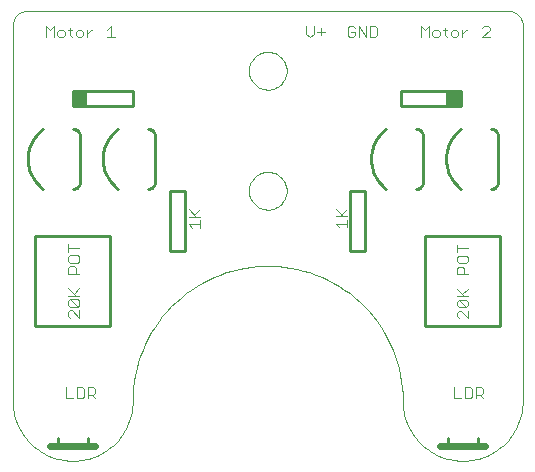
<source format=gto>
G75*
G70*
%OFA0B0*%
%FSLAX24Y24*%
%IPPOS*%
%LPD*%
%AMOC8*
5,1,8,0,0,1.08239X$1,22.5*
%
%ADD10C,0.0000*%
%ADD11C,0.0030*%
%ADD12C,0.0100*%
%ADD13R,0.0250X0.0500*%
%ADD14R,0.0500X0.0500*%
%ADD15C,0.0240*%
D10*
X004354Y007453D02*
X004354Y019953D01*
X004356Y019997D01*
X004362Y020040D01*
X004371Y020082D01*
X004384Y020124D01*
X004401Y020164D01*
X004421Y020203D01*
X004444Y020240D01*
X004471Y020274D01*
X004500Y020307D01*
X004533Y020336D01*
X004567Y020363D01*
X004604Y020386D01*
X004643Y020406D01*
X004683Y020423D01*
X004725Y020436D01*
X004767Y020445D01*
X004810Y020451D01*
X004854Y020453D01*
X020854Y020453D01*
X020898Y020451D01*
X020941Y020445D01*
X020983Y020436D01*
X021025Y020423D01*
X021065Y020406D01*
X021104Y020386D01*
X021141Y020363D01*
X021175Y020336D01*
X021208Y020307D01*
X021237Y020274D01*
X021264Y020240D01*
X021287Y020203D01*
X021307Y020164D01*
X021324Y020124D01*
X021337Y020082D01*
X021346Y020040D01*
X021352Y019997D01*
X021354Y019953D01*
X021354Y007453D01*
X021352Y007356D01*
X021345Y007260D01*
X021333Y007164D01*
X021317Y007069D01*
X021296Y006974D01*
X021270Y006881D01*
X021241Y006789D01*
X021206Y006699D01*
X021168Y006610D01*
X021125Y006524D01*
X021078Y006439D01*
X021027Y006357D01*
X020972Y006277D01*
X020913Y006201D01*
X020851Y006127D01*
X020785Y006056D01*
X020716Y005988D01*
X020644Y005924D01*
X020568Y005864D01*
X020490Y005807D01*
X020409Y005754D01*
X020326Y005705D01*
X020240Y005660D01*
X020153Y005619D01*
X020063Y005583D01*
X019972Y005551D01*
X019879Y005523D01*
X019786Y005500D01*
X019691Y005482D01*
X019595Y005468D01*
X019499Y005458D01*
X019402Y005454D01*
X019306Y005454D01*
X019209Y005458D01*
X019113Y005468D01*
X019017Y005482D01*
X018922Y005500D01*
X018829Y005523D01*
X018736Y005551D01*
X018645Y005583D01*
X018555Y005619D01*
X018468Y005660D01*
X018382Y005705D01*
X018299Y005754D01*
X018218Y005807D01*
X018140Y005864D01*
X018064Y005924D01*
X017992Y005988D01*
X017923Y006056D01*
X017857Y006127D01*
X017795Y006201D01*
X017736Y006277D01*
X017681Y006357D01*
X017630Y006439D01*
X017583Y006524D01*
X017540Y006610D01*
X017502Y006699D01*
X017467Y006789D01*
X017438Y006881D01*
X017412Y006974D01*
X017391Y007069D01*
X017375Y007164D01*
X017363Y007260D01*
X017356Y007356D01*
X017354Y007453D01*
X017349Y007670D01*
X017333Y007887D01*
X017307Y008103D01*
X017270Y008318D01*
X017223Y008530D01*
X017166Y008740D01*
X017099Y008947D01*
X017022Y009150D01*
X016935Y009349D01*
X016839Y009544D01*
X016733Y009734D01*
X016618Y009919D01*
X016495Y010098D01*
X016363Y010271D01*
X016222Y010437D01*
X016074Y010596D01*
X015919Y010748D01*
X015756Y010892D01*
X015586Y011029D01*
X015410Y011156D01*
X015228Y011276D01*
X015041Y011386D01*
X014848Y011487D01*
X014651Y011579D01*
X014450Y011661D01*
X014245Y011733D01*
X014036Y011795D01*
X013825Y011847D01*
X013612Y011889D01*
X013396Y011920D01*
X013180Y011941D01*
X012963Y011952D01*
X012745Y011952D01*
X012528Y011941D01*
X012312Y011920D01*
X012096Y011889D01*
X011883Y011847D01*
X011672Y011795D01*
X011463Y011733D01*
X011258Y011661D01*
X011057Y011579D01*
X010860Y011487D01*
X010667Y011386D01*
X010480Y011276D01*
X010298Y011156D01*
X010122Y011029D01*
X009952Y010892D01*
X009789Y010748D01*
X009634Y010596D01*
X009486Y010437D01*
X009345Y010271D01*
X009213Y010098D01*
X009090Y009919D01*
X008975Y009734D01*
X008869Y009544D01*
X008773Y009349D01*
X008686Y009150D01*
X008609Y008947D01*
X008542Y008740D01*
X008485Y008530D01*
X008438Y008318D01*
X008401Y008103D01*
X008375Y007887D01*
X008359Y007670D01*
X008354Y007453D01*
X008352Y007356D01*
X008345Y007260D01*
X008333Y007164D01*
X008317Y007069D01*
X008296Y006974D01*
X008270Y006881D01*
X008241Y006789D01*
X008206Y006699D01*
X008168Y006610D01*
X008125Y006524D01*
X008078Y006439D01*
X008027Y006357D01*
X007972Y006277D01*
X007913Y006201D01*
X007851Y006127D01*
X007785Y006056D01*
X007716Y005988D01*
X007644Y005924D01*
X007568Y005864D01*
X007490Y005807D01*
X007409Y005754D01*
X007326Y005705D01*
X007240Y005660D01*
X007153Y005619D01*
X007063Y005583D01*
X006972Y005551D01*
X006879Y005523D01*
X006786Y005500D01*
X006691Y005482D01*
X006595Y005468D01*
X006499Y005458D01*
X006402Y005454D01*
X006306Y005454D01*
X006209Y005458D01*
X006113Y005468D01*
X006017Y005482D01*
X005922Y005500D01*
X005829Y005523D01*
X005736Y005551D01*
X005645Y005583D01*
X005555Y005619D01*
X005468Y005660D01*
X005382Y005705D01*
X005299Y005754D01*
X005218Y005807D01*
X005140Y005864D01*
X005064Y005924D01*
X004992Y005988D01*
X004923Y006056D01*
X004857Y006127D01*
X004795Y006201D01*
X004736Y006277D01*
X004681Y006357D01*
X004630Y006439D01*
X004583Y006524D01*
X004540Y006610D01*
X004502Y006699D01*
X004467Y006789D01*
X004438Y006881D01*
X004412Y006974D01*
X004391Y007069D01*
X004375Y007164D01*
X004363Y007260D01*
X004356Y007356D01*
X004354Y007453D01*
X012224Y014453D02*
X012226Y014503D01*
X012232Y014553D01*
X012242Y014602D01*
X012256Y014650D01*
X012273Y014697D01*
X012294Y014742D01*
X012319Y014786D01*
X012347Y014827D01*
X012379Y014866D01*
X012413Y014903D01*
X012450Y014937D01*
X012490Y014967D01*
X012532Y014994D01*
X012576Y015018D01*
X012622Y015039D01*
X012669Y015055D01*
X012717Y015068D01*
X012767Y015077D01*
X012816Y015082D01*
X012867Y015083D01*
X012917Y015080D01*
X012966Y015073D01*
X013015Y015062D01*
X013063Y015047D01*
X013109Y015029D01*
X013154Y015007D01*
X013197Y014981D01*
X013238Y014952D01*
X013277Y014920D01*
X013313Y014885D01*
X013345Y014847D01*
X013375Y014807D01*
X013402Y014764D01*
X013425Y014720D01*
X013444Y014674D01*
X013460Y014626D01*
X013472Y014577D01*
X013480Y014528D01*
X013484Y014478D01*
X013484Y014428D01*
X013480Y014378D01*
X013472Y014329D01*
X013460Y014280D01*
X013444Y014232D01*
X013425Y014186D01*
X013402Y014142D01*
X013375Y014099D01*
X013345Y014059D01*
X013313Y014021D01*
X013277Y013986D01*
X013238Y013954D01*
X013197Y013925D01*
X013154Y013899D01*
X013109Y013877D01*
X013063Y013859D01*
X013015Y013844D01*
X012966Y013833D01*
X012917Y013826D01*
X012867Y013823D01*
X012816Y013824D01*
X012767Y013829D01*
X012717Y013838D01*
X012669Y013851D01*
X012622Y013867D01*
X012576Y013888D01*
X012532Y013912D01*
X012490Y013939D01*
X012450Y013969D01*
X012413Y014003D01*
X012379Y014040D01*
X012347Y014079D01*
X012319Y014120D01*
X012294Y014164D01*
X012273Y014209D01*
X012256Y014256D01*
X012242Y014304D01*
X012232Y014353D01*
X012226Y014403D01*
X012224Y014453D01*
X012224Y018453D02*
X012226Y018503D01*
X012232Y018553D01*
X012242Y018602D01*
X012256Y018650D01*
X012273Y018697D01*
X012294Y018742D01*
X012319Y018786D01*
X012347Y018827D01*
X012379Y018866D01*
X012413Y018903D01*
X012450Y018937D01*
X012490Y018967D01*
X012532Y018994D01*
X012576Y019018D01*
X012622Y019039D01*
X012669Y019055D01*
X012717Y019068D01*
X012767Y019077D01*
X012816Y019082D01*
X012867Y019083D01*
X012917Y019080D01*
X012966Y019073D01*
X013015Y019062D01*
X013063Y019047D01*
X013109Y019029D01*
X013154Y019007D01*
X013197Y018981D01*
X013238Y018952D01*
X013277Y018920D01*
X013313Y018885D01*
X013345Y018847D01*
X013375Y018807D01*
X013402Y018764D01*
X013425Y018720D01*
X013444Y018674D01*
X013460Y018626D01*
X013472Y018577D01*
X013480Y018528D01*
X013484Y018478D01*
X013484Y018428D01*
X013480Y018378D01*
X013472Y018329D01*
X013460Y018280D01*
X013444Y018232D01*
X013425Y018186D01*
X013402Y018142D01*
X013375Y018099D01*
X013345Y018059D01*
X013313Y018021D01*
X013277Y017986D01*
X013238Y017954D01*
X013197Y017925D01*
X013154Y017899D01*
X013109Y017877D01*
X013063Y017859D01*
X013015Y017844D01*
X012966Y017833D01*
X012917Y017826D01*
X012867Y017823D01*
X012816Y017824D01*
X012767Y017829D01*
X012717Y017838D01*
X012669Y017851D01*
X012622Y017867D01*
X012576Y017888D01*
X012532Y017912D01*
X012490Y017939D01*
X012450Y017969D01*
X012413Y018003D01*
X012379Y018040D01*
X012347Y018079D01*
X012319Y018120D01*
X012294Y018164D01*
X012273Y018209D01*
X012256Y018256D01*
X012242Y018304D01*
X012232Y018353D01*
X012226Y018403D01*
X012224Y018453D01*
D11*
X014132Y019691D02*
X014256Y019568D01*
X014379Y019691D01*
X014379Y019938D01*
X014501Y019753D02*
X014748Y019753D01*
X014624Y019876D02*
X014624Y019629D01*
X014132Y019691D02*
X014132Y019938D01*
X015514Y019876D02*
X015514Y019629D01*
X015576Y019568D01*
X015699Y019568D01*
X015761Y019629D01*
X015761Y019753D01*
X015638Y019753D01*
X015761Y019876D02*
X015699Y019938D01*
X015576Y019938D01*
X015514Y019876D01*
X015882Y019938D02*
X016129Y019568D01*
X016129Y019938D01*
X016251Y019938D02*
X016436Y019938D01*
X016498Y019876D01*
X016498Y019629D01*
X016436Y019568D01*
X016251Y019568D01*
X016251Y019938D01*
X015882Y019938D02*
X015882Y019568D01*
X017975Y019568D02*
X017975Y019938D01*
X018098Y019814D01*
X018222Y019938D01*
X018222Y019568D01*
X018343Y019629D02*
X018405Y019568D01*
X018528Y019568D01*
X018590Y019629D01*
X018590Y019753D01*
X018528Y019814D01*
X018405Y019814D01*
X018343Y019753D01*
X018343Y019629D01*
X018712Y019814D02*
X018835Y019814D01*
X018773Y019876D02*
X018773Y019629D01*
X018835Y019568D01*
X018957Y019629D02*
X019019Y019568D01*
X019142Y019568D01*
X019204Y019629D01*
X019204Y019753D01*
X019142Y019814D01*
X019019Y019814D01*
X018957Y019753D01*
X018957Y019629D01*
X019325Y019568D02*
X019325Y019814D01*
X019325Y019691D02*
X019449Y019814D01*
X019511Y019814D01*
X020001Y019876D02*
X020062Y019938D01*
X020186Y019938D01*
X020247Y019876D01*
X020247Y019814D01*
X020001Y019568D01*
X020247Y019568D01*
X015489Y013846D02*
X015304Y013661D01*
X015366Y013599D02*
X015119Y013846D01*
X015119Y013599D02*
X015489Y013599D01*
X015489Y013478D02*
X015489Y013231D01*
X015489Y013354D02*
X015119Y013354D01*
X015242Y013231D01*
X019156Y012661D02*
X019156Y012414D01*
X019156Y012538D02*
X019526Y012538D01*
X019464Y012293D02*
X019217Y012293D01*
X019156Y012231D01*
X019156Y012108D01*
X019217Y012046D01*
X019464Y012046D01*
X019526Y012108D01*
X019526Y012231D01*
X019464Y012293D01*
X019341Y011925D02*
X019217Y011925D01*
X019156Y011863D01*
X019156Y011678D01*
X019526Y011678D01*
X019403Y011678D02*
X019403Y011863D01*
X019341Y011925D01*
X019526Y011188D02*
X019341Y011003D01*
X019403Y010941D02*
X019156Y011188D01*
X019156Y010941D02*
X019526Y010941D01*
X019464Y010820D02*
X019217Y010820D01*
X019464Y010573D01*
X019526Y010635D01*
X019526Y010758D01*
X019464Y010820D01*
X019217Y010820D02*
X019156Y010758D01*
X019156Y010635D01*
X019217Y010573D01*
X019464Y010573D01*
X019526Y010451D02*
X019526Y010205D01*
X019279Y010451D01*
X019217Y010451D01*
X019156Y010390D01*
X019156Y010266D01*
X019217Y010205D01*
X019056Y007901D02*
X019056Y007531D01*
X019303Y007531D01*
X019424Y007531D02*
X019609Y007531D01*
X019671Y007592D01*
X019671Y007839D01*
X019609Y007901D01*
X019424Y007901D01*
X019424Y007531D01*
X019793Y007531D02*
X019793Y007901D01*
X019978Y007901D01*
X020039Y007839D01*
X020039Y007716D01*
X019978Y007654D01*
X019793Y007654D01*
X019916Y007654D02*
X020039Y007531D01*
X010589Y013218D02*
X010589Y013464D01*
X010589Y013586D02*
X010219Y013586D01*
X010404Y013648D02*
X010589Y013833D01*
X010466Y013586D02*
X010219Y013833D01*
X010219Y013341D02*
X010589Y013341D01*
X010342Y013218D02*
X010219Y013341D01*
X006576Y012551D02*
X006206Y012551D01*
X006206Y012674D02*
X006206Y012427D01*
X006267Y012306D02*
X006206Y012244D01*
X006206Y012121D01*
X006267Y012059D01*
X006514Y012059D01*
X006576Y012121D01*
X006576Y012244D01*
X006514Y012306D01*
X006267Y012306D01*
X006267Y011938D02*
X006206Y011876D01*
X006206Y011691D01*
X006576Y011691D01*
X006453Y011691D02*
X006453Y011876D01*
X006391Y011938D01*
X006267Y011938D01*
X006206Y011201D02*
X006453Y010954D01*
X006391Y011016D02*
X006576Y011201D01*
X006576Y010954D02*
X006206Y010954D01*
X006267Y010833D02*
X006206Y010771D01*
X006206Y010648D01*
X006267Y010586D01*
X006514Y010586D01*
X006267Y010833D01*
X006514Y010833D01*
X006576Y010771D01*
X006576Y010648D01*
X006514Y010586D01*
X006576Y010464D02*
X006576Y010218D01*
X006329Y010464D01*
X006267Y010464D01*
X006206Y010403D01*
X006206Y010279D01*
X006267Y010218D01*
X006119Y007901D02*
X006119Y007531D01*
X006366Y007531D01*
X006487Y007531D02*
X006672Y007531D01*
X006734Y007592D01*
X006734Y007839D01*
X006672Y007901D01*
X006487Y007901D01*
X006487Y007531D01*
X006856Y007531D02*
X006856Y007901D01*
X007041Y007901D01*
X007102Y007839D01*
X007102Y007716D01*
X007041Y007654D01*
X006856Y007654D01*
X006979Y007654D02*
X007102Y007531D01*
X006825Y019568D02*
X006825Y019814D01*
X006825Y019691D02*
X006949Y019814D01*
X007011Y019814D01*
X006704Y019753D02*
X006704Y019629D01*
X006642Y019568D01*
X006519Y019568D01*
X006457Y019629D01*
X006457Y019753D01*
X006519Y019814D01*
X006642Y019814D01*
X006704Y019753D01*
X006335Y019814D02*
X006212Y019814D01*
X006273Y019876D02*
X006273Y019629D01*
X006335Y019568D01*
X006090Y019629D02*
X006090Y019753D01*
X006028Y019814D01*
X005905Y019814D01*
X005843Y019753D01*
X005843Y019629D01*
X005905Y019568D01*
X006028Y019568D01*
X006090Y019629D01*
X005722Y019568D02*
X005722Y019938D01*
X005598Y019814D01*
X005475Y019938D01*
X005475Y019568D01*
X007501Y019568D02*
X007747Y019568D01*
X007624Y019568D02*
X007624Y019938D01*
X007501Y019814D01*
D12*
X008354Y017766D02*
X006354Y017766D01*
X006354Y017266D01*
X008354Y017266D01*
X008354Y017766D01*
X008854Y016516D02*
X008884Y016514D01*
X008914Y016509D01*
X008943Y016500D01*
X008970Y016487D01*
X008996Y016472D01*
X009020Y016453D01*
X009041Y016432D01*
X009060Y016408D01*
X009075Y016382D01*
X009088Y016355D01*
X009097Y016326D01*
X009102Y016296D01*
X009104Y016266D01*
X009104Y014766D01*
X009102Y014736D01*
X009097Y014706D01*
X009088Y014677D01*
X009075Y014650D01*
X009060Y014624D01*
X009041Y014600D01*
X009020Y014579D01*
X008996Y014560D01*
X008970Y014545D01*
X008943Y014532D01*
X008914Y014523D01*
X008884Y014518D01*
X008854Y014516D01*
X009604Y014453D02*
X009604Y012453D01*
X010104Y012453D01*
X010104Y014453D01*
X009604Y014453D01*
X007353Y015515D02*
X007357Y015587D01*
X007365Y015659D01*
X007377Y015730D01*
X007393Y015801D01*
X007412Y015870D01*
X007435Y015938D01*
X007462Y016005D01*
X007493Y016071D01*
X007527Y016134D01*
X007564Y016196D01*
X007605Y016256D01*
X007649Y016313D01*
X007696Y016368D01*
X007746Y016420D01*
X007798Y016469D01*
X007854Y016515D01*
X007353Y015516D02*
X007357Y015444D01*
X007365Y015372D01*
X007377Y015301D01*
X007393Y015230D01*
X007412Y015161D01*
X007435Y015093D01*
X007462Y015026D01*
X007493Y014960D01*
X007527Y014897D01*
X007564Y014835D01*
X007605Y014775D01*
X007649Y014718D01*
X007696Y014663D01*
X007746Y014611D01*
X007798Y014562D01*
X007854Y014516D01*
X006604Y014766D02*
X006604Y016266D01*
X006602Y016296D01*
X006597Y016326D01*
X006588Y016355D01*
X006575Y016382D01*
X006560Y016408D01*
X006541Y016432D01*
X006520Y016453D01*
X006496Y016472D01*
X006470Y016487D01*
X006443Y016500D01*
X006414Y016509D01*
X006384Y016514D01*
X006354Y016516D01*
X004853Y015516D02*
X004857Y015444D01*
X004865Y015372D01*
X004877Y015301D01*
X004893Y015230D01*
X004912Y015161D01*
X004935Y015093D01*
X004962Y015026D01*
X004993Y014960D01*
X005027Y014897D01*
X005064Y014835D01*
X005105Y014775D01*
X005149Y014718D01*
X005196Y014663D01*
X005246Y014611D01*
X005298Y014562D01*
X005354Y014516D01*
X006354Y014516D02*
X006384Y014518D01*
X006414Y014523D01*
X006443Y014532D01*
X006470Y014545D01*
X006496Y014560D01*
X006520Y014579D01*
X006541Y014600D01*
X006560Y014624D01*
X006575Y014650D01*
X006588Y014677D01*
X006597Y014706D01*
X006602Y014736D01*
X006604Y014766D01*
X004853Y015515D02*
X004857Y015587D01*
X004865Y015659D01*
X004877Y015730D01*
X004893Y015801D01*
X004912Y015870D01*
X004935Y015938D01*
X004962Y016005D01*
X004993Y016071D01*
X005027Y016134D01*
X005064Y016196D01*
X005105Y016256D01*
X005149Y016313D01*
X005196Y016368D01*
X005246Y016420D01*
X005298Y016469D01*
X005354Y016515D01*
X005104Y012953D02*
X007604Y012953D01*
X007604Y009953D01*
X005104Y009953D01*
X005104Y012953D01*
X005854Y006203D02*
X005854Y005953D01*
X006854Y005953D02*
X006854Y006203D01*
X015604Y012453D02*
X015604Y014453D01*
X016104Y014453D01*
X016104Y012453D01*
X015604Y012453D01*
X018104Y012953D02*
X020604Y012953D01*
X020604Y009953D01*
X018104Y009953D01*
X018104Y012953D01*
X018041Y014766D02*
X018041Y016266D01*
X018039Y016296D01*
X018034Y016326D01*
X018025Y016355D01*
X018012Y016382D01*
X017997Y016408D01*
X017978Y016432D01*
X017957Y016453D01*
X017933Y016472D01*
X017907Y016487D01*
X017880Y016500D01*
X017851Y016509D01*
X017821Y016514D01*
X017791Y016516D01*
X017291Y017266D02*
X017291Y017766D01*
X019291Y017766D01*
X019291Y017266D01*
X017291Y017266D01*
X016290Y015516D02*
X016294Y015444D01*
X016302Y015372D01*
X016314Y015301D01*
X016330Y015230D01*
X016349Y015161D01*
X016372Y015093D01*
X016399Y015026D01*
X016430Y014960D01*
X016464Y014897D01*
X016501Y014835D01*
X016542Y014775D01*
X016586Y014718D01*
X016633Y014663D01*
X016683Y014611D01*
X016735Y014562D01*
X016791Y014516D01*
X017791Y014516D02*
X017821Y014518D01*
X017851Y014523D01*
X017880Y014532D01*
X017907Y014545D01*
X017933Y014560D01*
X017957Y014579D01*
X017978Y014600D01*
X017997Y014624D01*
X018012Y014650D01*
X018025Y014677D01*
X018034Y014706D01*
X018039Y014736D01*
X018041Y014766D01*
X016290Y015515D02*
X016294Y015587D01*
X016302Y015659D01*
X016314Y015730D01*
X016330Y015801D01*
X016349Y015870D01*
X016372Y015938D01*
X016399Y016005D01*
X016430Y016071D01*
X016464Y016134D01*
X016501Y016196D01*
X016542Y016256D01*
X016586Y016313D01*
X016633Y016368D01*
X016683Y016420D01*
X016735Y016469D01*
X016791Y016515D01*
X018790Y015516D02*
X018794Y015444D01*
X018802Y015372D01*
X018814Y015301D01*
X018830Y015230D01*
X018849Y015161D01*
X018872Y015093D01*
X018899Y015026D01*
X018930Y014960D01*
X018964Y014897D01*
X019001Y014835D01*
X019042Y014775D01*
X019086Y014718D01*
X019133Y014663D01*
X019183Y014611D01*
X019235Y014562D01*
X019291Y014516D01*
X020291Y014516D02*
X020321Y014518D01*
X020351Y014523D01*
X020380Y014532D01*
X020407Y014545D01*
X020433Y014560D01*
X020457Y014579D01*
X020478Y014600D01*
X020497Y014624D01*
X020512Y014650D01*
X020525Y014677D01*
X020534Y014706D01*
X020539Y014736D01*
X020541Y014766D01*
X020541Y016266D01*
X020539Y016296D01*
X020534Y016326D01*
X020525Y016355D01*
X020512Y016382D01*
X020497Y016408D01*
X020478Y016432D01*
X020457Y016453D01*
X020433Y016472D01*
X020407Y016487D01*
X020380Y016500D01*
X020351Y016509D01*
X020321Y016514D01*
X020291Y016516D01*
X019291Y016515D02*
X019235Y016469D01*
X019183Y016420D01*
X019133Y016368D01*
X019086Y016313D01*
X019042Y016256D01*
X019001Y016196D01*
X018964Y016134D01*
X018930Y016071D01*
X018899Y016005D01*
X018872Y015938D01*
X018849Y015870D01*
X018830Y015801D01*
X018814Y015730D01*
X018802Y015659D01*
X018794Y015587D01*
X018790Y015515D01*
X018854Y006203D02*
X018854Y005953D01*
X019854Y005953D02*
X019854Y006203D01*
D13*
X019166Y017516D03*
D14*
X019041Y017503D03*
X006604Y017503D03*
D15*
X005854Y005953D02*
X005604Y005953D01*
X005854Y005953D02*
X006854Y005953D01*
X007104Y005953D01*
X018604Y005953D02*
X018854Y005953D01*
X019854Y005953D01*
X020104Y005953D01*
M02*

</source>
